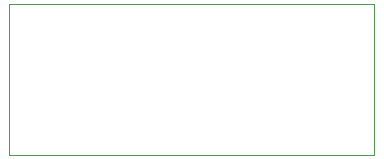
<source format=gm1>
%TF.GenerationSoftware,KiCad,Pcbnew,(6.0.1)*%
%TF.CreationDate,2022-07-24T11:32:21+08:00*%
%TF.ProjectId,CRVisionJoystickbutton,43525669-7369-46f6-9e4a-6f7973746963,rev?*%
%TF.SameCoordinates,Original*%
%TF.FileFunction,Profile,NP*%
%FSLAX46Y46*%
G04 Gerber Fmt 4.6, Leading zero omitted, Abs format (unit mm)*
G04 Created by KiCad (PCBNEW (6.0.1)) date 2022-07-24 11:32:21*
%MOMM*%
%LPD*%
G01*
G04 APERTURE LIST*
%TA.AperFunction,Profile*%
%ADD10C,0.050000*%
%TD*%
G04 APERTURE END LIST*
D10*
X119500000Y-51500000D02*
X150400000Y-51500000D01*
X150400000Y-51500000D02*
X150400000Y-64300000D01*
X150400000Y-64300000D02*
X119500000Y-64300000D01*
X119500000Y-64300000D02*
X119500000Y-51500000D01*
M02*

</source>
